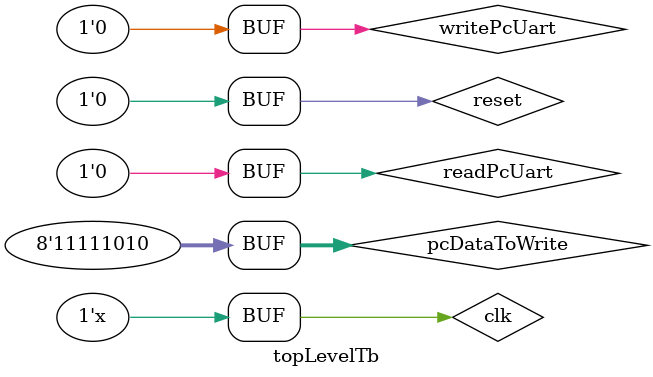
<source format=v>
`timescale 1ns / 1ns

module topLevelTb();

localparam DATA_LEN = 8;
localparam SB_TICK = 16;
localparam COUNTER_MOD = 326;
localparam COUNTER_BITS = 9;
localparam PTR_LEN = 4;
localparam OP_LEN = 6;  

reg clk;
reg reset;

wire pcRx;
wire pcTx;

reg readPcUart;
reg writePcUart;
reg [DATA_LEN-1:0] pcDataToWrite;
wire [DATA_LEN-1:0] pcDataToRead;

topLevel#
(
    .DATA_LEN(DATA_LEN),
    .SB_TICK(SB_TICK),
    .COUNTER_MOD(COUNTER_MOD),
    .COUNTER_BITS(COUNTER_BITS),
    .PTR_LEN(PTR_LEN),
    .OP_LEN(OP_LEN)     
) topLevelUnit
( 
    .i_clk(clk),
    .i_reset(reset),
    .i_uartRx(pcTx),
    .o_uartTx(pcRx)
);

uart#
(
    .DATA_LEN(DATA_LEN),
    .SB_TICK(SB_TICK),
    .COUNTER_MOD(COUNTER_MOD),
    .COUNTER_BITS(COUNTER_BITS),
    .PTR_LEN(PTR_LEN)        
) uartPcUnit
(
    .i_clk(clk),
    .i_reset(reset),
    .i_readUart(readPcUart),
    .i_writeUart(writePcUart),
    .i_uartRx(pcRx),
    .i_dataToWrite(pcDataToWrite),
    .o_txFull(),
    .o_rxEmpty(),
    .o_uartTx(pcTx),
    .o_dataToRead(pcDataToRead)
);

always begin
    #5 clk = ~clk; 
end

initial begin
    reset = 1'b1;
    clk = 1'b0;
    readPcUart = 1'b0;
    writePcUart = 1'b0;
    pcDataToWrite = 8'b0;

    #10 reset = 1'b0;

    pcDataToWrite = 8'h20;
    writePcUart = 1'b1;
    #10;
    pcDataToWrite = 8'h05;
    #10;
    pcDataToWrite = 8'h0a;
    #10;
    pcDataToWrite = 8'hd0;
    #10;
    pcDataToWrite = 8'h02;
    #10;
    pcDataToWrite = 8'h06;
    #10;
    pcDataToWrite = 8'h01;
    #10;
    pcDataToWrite = 8'hfa;
    #10;
    writePcUart = 1'b0;
    
    #3100000;
    readPcUart = 1'b1;
    #10;
    readPcUart = 1'b0;
    
    #3100000;
    readPcUart = 1'b1;
    #10;
    readPcUart = 1'b0;
    #1000000;
    readPcUart = 1'b1;
    #10;
    readPcUart = 1'b0;


end

endmodule

</source>
